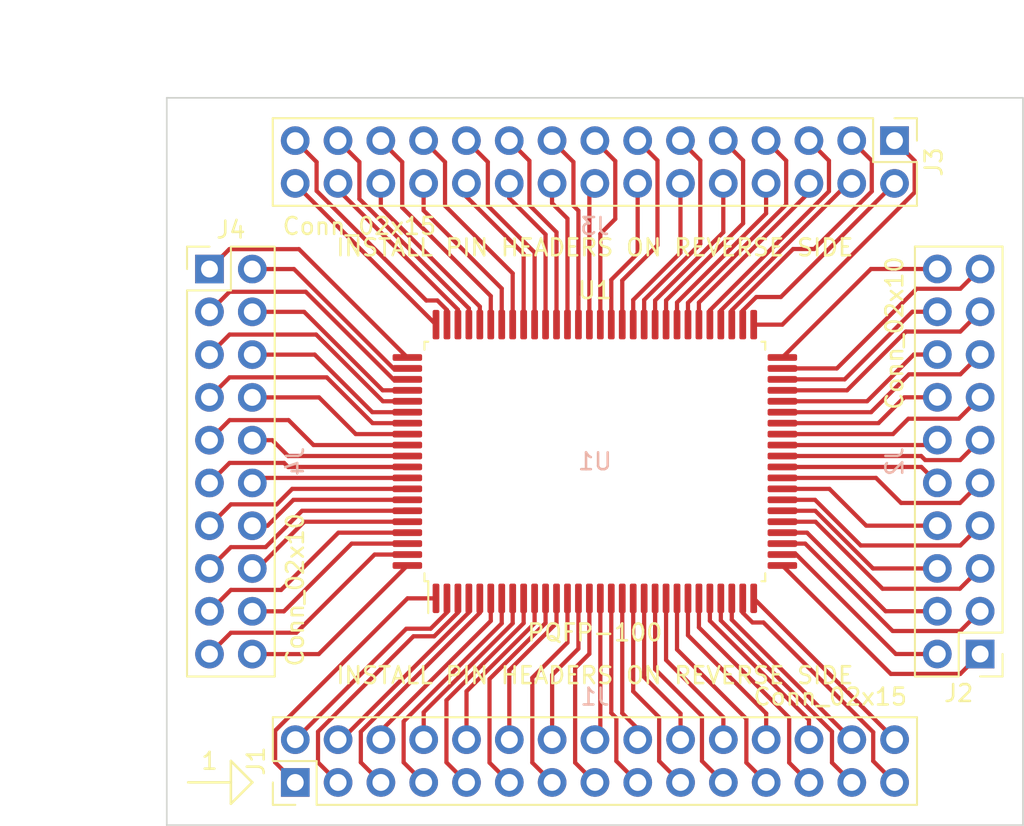
<source format=kicad_pcb>
(kicad_pcb (version 20211014) (generator pcbnew)
  (layers (0 "F.Cu" signal) (31 "B.Cu" signal) (34 "B.Paste" user) (35 "F.Paste" user) (36 "B.SilkS" user "B.Silkscreen") (37 "F.SilkS" user "F.Silkscreen") (38 "B.Mask" user) (39 "F.Mask" user) (44 "Edge.Cuts" user))
  (net 0 "")
  (net 1 "Net-(J1-Pad1)")
  (net 2 "Net-(J1-Pad2)")
  (net 3 "Net-(J1-Pad3)")
  (net 4 "Net-(J1-Pad4)")
  (net 5 "Net-(J1-Pad5)")
  (net 6 "Net-(J1-Pad6)")
  (net 7 "Net-(J1-Pad7)")
  (net 8 "Net-(J1-Pad8)")
  (net 9 "Net-(J1-Pad9)")
  (net 10 "Net-(J1-Pad10)")
  (net 11 "Net-(J1-Pad11)")
  (net 12 "Net-(J1-Pad12)")
  (net 13 "Net-(J1-Pad13)")
  (net 14 "Net-(J1-Pad14)")
  (net 15 "Net-(J1-Pad15)")
  (net 16 "Net-(J1-Pad16)")
  (net 17 "Net-(J1-Pad17)")
  (net 18 "Net-(J1-Pad18)")
  (net 19 "Net-(J1-Pad19)")
  (net 20 "Net-(J1-Pad20)")
  (net 21 "Net-(J1-Pad21)")
  (net 22 "Net-(J1-Pad22)")
  (net 23 "Net-(J1-Pad23)")
  (net 24 "Net-(J1-Pad24)")
  (net 25 "Net-(J1-Pad25)")
  (net 26 "Net-(J1-Pad26)")
  (net 27 "Net-(J1-Pad27)")
  (net 28 "Net-(J1-Pad28)")
  (net 29 "Net-(J1-Pad29)")
  (net 30 "Net-(J1-Pad30)")
  (net 31 "Net-(J2-Pad2)")
  (net 32 "Net-(J2-Pad3)")
  (net 33 "Net-(J2-Pad4)")
  (net 34 "Net-(J2-Pad5)")
  (net 35 "Net-(J2-Pad6)")
  (net 36 "Net-(J2-Pad7)")
  (net 37 "Net-(J2-Pad8)")
  (net 38 "Net-(J2-Pad9)")
  (net 39 "Net-(J2-Pad10)")
  (net 40 "Net-(J2-Pad11)")
  (net 41 "Net-(J2-Pad12)")
  (net 42 "Net-(J2-Pad13)")
  (net 43 "Net-(J2-Pad14)")
  (net 44 "Net-(J2-Pad15)")
  (net 45 "Net-(J2-Pad16)")
  (net 46 "Net-(J2-Pad17)")
  (net 47 "Net-(J2-Pad18)")
  (net 48 "Net-(J2-Pad19)")
  (net 49 "Net-(J2-Pad20)")
  (net 50 "Net-(J3-Pad1)")
  (net 51 "Net-(J3-Pad2)")
  (net 52 "Net-(J3-Pad3)")
  (net 53 "Net-(J3-Pad4)")
  (net 54 "Net-(J3-Pad5)")
  (net 55 "Net-(J3-Pad6)")
  (net 56 "Net-(J3-Pad7)")
  (net 57 "Net-(J3-Pad8)")
  (net 58 "Net-(J3-Pad9)")
  (net 59 "Net-(J3-Pad10)")
  (net 60 "Net-(J3-Pad11)")
  (net 61 "Net-(J3-Pad12)")
  (net 62 "Net-(J3-Pad13)")
  (net 63 "Net-(J3-Pad14)")
  (net 64 "Net-(J3-Pad15)")
  (net 65 "Net-(J3-Pad16)")
  (net 66 "Net-(J3-Pad17)")
  (net 67 "Net-(J3-Pad18)")
  (net 68 "Net-(J3-Pad19)")
  (net 69 "Net-(J3-Pad20)")
  (net 70 "Net-(J3-Pad21)")
  (net 71 "Net-(J3-Pad22)")
  (net 72 "Net-(J3-Pad23)")
  (net 73 "Net-(J3-Pad24)")
  (net 74 "Net-(J3-Pad25)")
  (net 75 "Net-(J3-Pad26)")
  (net 76 "Net-(J3-Pad27)")
  (net 77 "Net-(J3-Pad28)")
  (net 78 "Net-(J3-Pad29)")
  (net 79 "Net-(J3-Pad30)")
  (net 80 "Net-(J4-Pad1)")
  (net 81 "Net-(J4-Pad2)")
  (net 82 "Net-(J4-Pad3)")
  (net 83 "Net-(J4-Pad4)")
  (net 84 "Net-(J4-Pad5)")
  (net 85 "Net-(J4-Pad6)")
  (net 86 "Net-(J4-Pad7)")
  (net 87 "Net-(J4-Pad8)")
  (net 88 "Net-(J4-Pad9)")
  (net 89 "Net-(J4-Pad10)")
  (net 90 "Net-(J4-Pad11)")
  (net 91 "Net-(J4-Pad12)")
  (net 92 "Net-(J4-Pad13)")
  (net 93 "Net-(J4-Pad14)")
  (net 94 "Net-(J4-Pad15)")
  (net 95 "Net-(J4-Pad16)")
  (net 96 "Net-(J4-Pad17)")
  (net 97 "Net-(J4-Pad18)")
  (net 98 "Net-(J4-Pad19)")
  (net 99 "Net-(J4-Pad20)")
  (net 100 "Net-(J2-Pad1)")
  (footprint "Connector_PinHeader_2.54mm:PinHeader_2x15_P2.54mm_Vertical" (layer "F.Cu") (at 170.18 78.74 -90)
    (fp_text reference "J3")
    (fp_text value "Conn_02x15")
  )
  (footprint "Connector_PinHeader_2.54mm:PinHeader_2x10_P2.54mm_Vertical" (layer "F.Cu") (at 175.26 109.22 180)
    (fp_text reference "J2")
    (fp_text value "Conn_02x10")
  )
  (footprint "Connector_PinHeader_2.54mm:PinHeader_2x10_P2.54mm_Vertical" (layer "F.Cu") (at 129.535 86.365)
    (fp_text reference "J4")
    (fp_text value "Conn_02x10")
  )
  (footprint "Connector_PinHeader_2.54mm:PinHeader_2x15_P2.54mm_Vertical" (layer "F.Cu") (at 134.625 116.845 90)
    (fp_text reference "J1")
    (fp_text value "Conn_02x15")
  )
  (footprint "Package_QFP:PQFP-100_14x20mm_P0.65mm" (layer "F.Cu") (at 152.4 97.79 90)
    (fp_text reference "U1")
    (fp_text value "PQFP-100")
  )
  (gr_line (start 130.805 118.11) (end 132.08 116.835) (layer "F.SilkS") (width 0.15))
  (gr_line (start 130.805 116.84) (end 128.27 116.84) (layer "F.SilkS") (width 0.15))
  (gr_line (start 132.08 116.845) (end 130.805 115.57) (layer "F.SilkS") (width 0.15))
  (gr_line (start 130.805 115.57) (end 130.805 118.11) (layer "F.SilkS") (width 0.15))
  (gr_line (start 127 119.38) (end 127 76.2) (layer "Edge.Cuts") (width 0.1))
  (gr_line (start 127 76.2) (end 177.8 76.2) (layer "Edge.Cuts") (width 0.1))
  (gr_line (start 177.8 119.38) (end 127 119.38) (layer "Edge.Cuts") (width 0.1))
  (gr_line (start 177.8 76.2) (end 177.8 119.38) (layer "Edge.Cuts") (width 0.1))
  (gr_text "INSTALL PIN HEADERS ON REVERSE SIDE" (at 152.4 110.49) (layer "F.SilkS") (effects (font (size 1 1))))
  (gr_text "INSTALL PIN HEADERS ON REVERSE SIDE" (at 152.4 85.09) (layer "F.SilkS") (effects (font (size 1 1))))
  (gr_text "1" (at 129.54 115.57) (layer "F.SilkS") (effects (font (size 1 1))))
  (segment (start 141.285 105.915) (end 133.431 113.769) (width 0.25) (layer "F.Cu") (net 1))
  (segment (start 133.431 113.769) (end 133.431 115.651) (width 0.25) (layer "F.Cu") (net 1))
  (segment (start 133.431 115.651) (end 134.625 116.845) (width 0.25) (layer "F.Cu") (net 1))
  (segment (start 142.975 105.915) (end 141.285 105.915) (width 0.25) (layer "F.Cu") (net 1))
  (segment (start 143.625 106.7489) (end 142.6564 107.7175) (width 0.25) (layer "F.Cu") (net 2))
  (segment (start 141.2125 107.7175) (end 134.625 114.305) (width 0.25) (layer "F.Cu") (net 2))
  (segment (start 142.6564 107.7175) (end 141.2125 107.7175) (width 0.25) (layer "F.Cu") (net 2))
  (segment (start 143.625 105.915) (end 143.625 106.7489) (width 0.25) (layer "F.Cu") (net 2))
  (segment (start 135.9744 115.6544) (end 137.165 116.845) (width 0.25) (layer "F.Cu") (net 3))
  (segment (start 142.869 108.1679) (end 141.6357 108.1679) (width 0.25) (layer "F.Cu") (net 3))
  (segment (start 141.6357 108.1679) (end 135.9744 113.8292) (width 0.25) (layer "F.Cu") (net 3))
  (segment (start 144.275 106.7619) (end 142.869 108.1679) (width 0.25) (layer "F.Cu") (net 3))
  (segment (start 144.275 105.915) (end 144.275 106.7619) (width 0.25) (layer "F.Cu") (net 3))
  (segment (start 135.9744 113.8292) (end 135.9744 115.6544) (width 0.25) (layer "F.Cu") (net 3))
  (segment (start 137.3688 114.305) (end 137.165 114.305) (width 0.25) (layer "F.Cu") (net 4))
  (segment (start 144.925 105.915) (end 144.925 106.7488) (width 0.25) (layer "F.Cu") (net 4))
  (segment (start 144.925 106.7488) (end 137.3688 114.305) (width 0.25) (layer "F.Cu") (net 4))
  (segment (start 138.5144 115.6544) (end 139.705 116.845) (width 0.25) (layer "F.Cu") (net 5))
  (segment (start 145.575 106.7726) (end 138.5144 113.8332) (width 0.25) (layer "F.Cu") (net 5))
  (segment (start 138.5144 113.8332) (end 138.5144 115.6544) (width 0.25) (layer "F.Cu") (net 5))
  (segment (start 145.575 105.915) (end 145.575 106.7726) (width 0.25) (layer "F.Cu") (net 5))
  (segment (start 146.225 105.915) (end 146.225 107.2545) (width 0.25) (layer "F.Cu") (net 6))
  (segment (start 146.225 107.2545) (end 139.705 113.7745) (width 0.25) (layer "F.Cu") (net 6))
  (segment (start 139.705 113.7745) (end 139.705 114.305) (width 0.25) (layer "F.Cu") (net 6))
  (segment (start 146.875 105.915) (end 146.875 107.4017) (width 0.25) (layer "F.Cu") (net 7))
  (segment (start 141.0544 115.6544) (end 142.245 116.845) (width 0.25) (layer "F.Cu") (net 7))
  (segment (start 146.875 107.4017) (end 141.0544 113.2223) (width 0.25) (layer "F.Cu") (net 7))
  (segment (start 141.0544 113.2223) (end 141.0544 115.6544) (width 0.25) (layer "F.Cu") (net 7))
  (segment (start 147.525 105.915) (end 147.525 107.3989) (width 0.25) (layer "F.Cu") (net 8))
  (segment (start 147.525 107.3989) (end 142.245 112.6789) (width 0.25) (layer "F.Cu") (net 8))
  (segment (start 142.245 112.6789) (end 142.245 114.305) (width 0.25) (layer "F.Cu") (net 8))
  (segment (start 143.5944 115.6544) (end 144.785 116.845) (width 0.25) (layer "F.Cu") (net 9))
  (segment (start 143.5944 111.9664) (end 143.5944 115.6544) (width 0.25) (layer "F.Cu") (net 9))
  (segment (start 148.175 107.3858) (end 143.5944 111.9664) (width 0.25) (layer "F.Cu") (net 9))
  (segment (start 148.175 105.915) (end 148.175 107.3858) (width 0.25) (layer "F.Cu") (net 9))
  (segment (start 144.785 111.4322) (end 148.825 107.3922) (width 0.25) (layer "F.Cu") (net 10))
  (segment (start 144.785 114.305) (end 144.785 111.4322) (width 0.25) (layer "F.Cu") (net 10))
  (segment (start 148.825 107.3922) (end 148.825 105.915) (width 0.25) (layer "F.Cu") (net 10))
  (segment (start 146.1497 110.7046) (end 149.475 107.3793) (width 0.25) (layer "F.Cu") (net 11))
  (segment (start 147.325 116.845) (end 146.1497 115.6697) (width 0.25) (layer "F.Cu") (net 11))
  (segment (start 146.1497 115.6697) (end 146.1497 110.7046) (width 0.25) (layer "F.Cu") (net 11))
  (segment (start 149.475 107.3793) (end 149.475 105.915) (width 0.25) (layer "F.Cu") (net 11))
  (segment (start 147.325 110.1793) (end 150.125 107.3793) (width 0.25) (layer "F.Cu") (net 12))
  (segment (start 147.325 114.305) (end 147.325 110.1793) (width 0.25) (layer "F.Cu") (net 12))
  (segment (start 150.125 107.3793) (end 150.125 105.915) (width 0.25) (layer "F.Cu") (net 12))
  (segment (start 148.6897 110.628) (end 150.775 108.5427) (width 0.25) (layer "F.Cu") (net 13))
  (segment (start 149.865 116.845) (end 148.6897 115.6697) (width 0.25) (layer "F.Cu") (net 13))
  (segment (start 148.6897 115.6697) (end 148.6897 110.628) (width 0.25) (layer "F.Cu") (net 13))
  (segment (start 150.775 108.5427) (end 150.775 105.915) (width 0.25) (layer "F.Cu") (net 13))
  (segment (start 151.425 108.903) (end 149.865 110.463) (width 0.25) (layer "F.Cu") (net 14))
  (segment (start 151.425 105.915) (end 151.425 108.903) (width 0.25) (layer "F.Cu") (net 14))
  (segment (start 149.865 110.463) (end 149.865 114.305) (width 0.25) (layer "F.Cu") (net 14))
  (segment (start 152.075 109.2082) (end 152.075 105.915) (width 0.25) (layer "F.Cu") (net 15))
  (segment (start 152.405 116.845) (end 151.2297 115.6697) (width 0.25) (layer "F.Cu") (net 15))
  (segment (start 151.2297 110.0535) (end 152.075 109.2082) (width 0.25) (layer "F.Cu") (net 15))
  (segment (start 151.2297 115.6697) (end 151.2297 110.0535) (width 0.25) (layer "F.Cu") (net 15))
  (segment (start 152.405 114.305) (end 152.725 113.985) (width 0.25) (layer "F.Cu") (net 16))
  (segment (start 152.725 113.985) (end 152.725 105.915) (width 0.25) (layer "F.Cu") (net 16))
  (segment (start 153.375 112.7209) (end 153.675 113.0209) (width 0.25) (layer "F.Cu") (net 17))
  (segment (start 153.375 105.915) (end 153.375 112.7209) (width 0.25) (layer "F.Cu") (net 17))
  (segment (start 153.675 115.575) (end 154.945 116.845) (width 0.25) (layer "F.Cu") (net 17))
  (segment (start 153.675 113.0209) (end 153.675 115.575) (width 0.25) (layer "F.Cu") (net 17))
  (segment (start 154.025 105.915) (end 154.025 112.734) (width 0.25) (layer "F.Cu") (net 18))
  (segment (start 154.945 113.654) (end 154.945 114.305) (width 0.25) (layer "F.Cu") (net 18))
  (segment (start 154.025 112.734) (end 154.945 113.654) (width 0.25) (layer "F.Cu") (net 18))
  (segment (start 154.675 111.4393) (end 156.215 112.9793) (width 0.25) (layer "F.Cu") (net 19))
  (segment (start 156.215 115.575) (end 157.485 116.845) (width 0.25) (layer "F.Cu") (net 19))
  (segment (start 154.675 105.915) (end 154.675 111.4393) (width 0.25) (layer "F.Cu") (net 19))
  (segment (start 156.215 112.9793) (end 156.215 115.575) (width 0.25) (layer "F.Cu") (net 19))
  (segment (start 155.325 110.594) (end 157.485 112.754) (width 0.25) (layer "F.Cu") (net 20))
  (segment (start 155.325 105.915) (end 155.325 110.594) (width 0.25) (layer "F.Cu") (net 20))
  (segment (start 157.485 112.754) (end 157.485 114.305) (width 0.25) (layer "F.Cu") (net 20))
  (segment (start 155.975 105.915) (end 155.975 110.1223) (width 0.25) (layer "F.Cu") (net 21))
  (segment (start 158.755 112.9023) (end 158.755 115.575) (width 0.25) (layer "F.Cu") (net 21))
  (segment (start 155.975 110.1223) (end 158.755 112.9023) (width 0.25) (layer "F.Cu") (net 21))
  (segment (start 158.755 115.575) (end 160.025 116.845) (width 0.25) (layer "F.Cu") (net 21))
  (segment (start 160.025 112.9756) (end 156.625 109.5756) (width 0.25) (layer "F.Cu") (net 22))
  (segment (start 156.625 109.5756) (end 156.625 105.915) (width 0.25) (layer "F.Cu") (net 22))
  (segment (start 160.025 114.305) (end 160.025 112.9756) (width 0.25) (layer "F.Cu") (net 22))
  (segment (start 161.3897 113.0665) (end 157.275 108.9518) (width 0.25) (layer "F.Cu") (net 23))
  (segment (start 161.3897 115.6697) (end 161.3897 113.0665) (width 0.25) (layer "F.Cu") (net 23))
  (segment (start 162.565 116.845) (end 161.3897 115.6697) (width 0.25) (layer "F.Cu") (net 23))
  (segment (start 157.275 108.9518) (end 157.275 105.915) (width 0.25) (layer "F.Cu") (net 23))
  (segment (start 157.925 108.1103) (end 162.565 112.7503) (width 0.25) (layer "F.Cu") (net 24))
  (segment (start 162.565 112.7503) (end 162.565 114.305) (width 0.25) (layer "F.Cu") (net 24))
  (segment (start 157.925 105.915) (end 157.925 108.1103) (width 0.25) (layer "F.Cu") (net 24))
  (segment (start 163.9297 112.9973) (end 158.575 107.6426) (width 0.25) (layer "F.Cu") (net 25))
  (segment (start 165.105 116.845) (end 163.9297 115.6697) (width 0.25) (layer "F.Cu") (net 25))
  (segment (start 158.575 107.6426) (end 158.575 105.915) (width 0.25) (layer "F.Cu") (net 25))
  (segment (start 163.9297 115.6697) (end 163.9297 112.9973) (width 0.25) (layer "F.Cu") (net 25))
  (segment (start 165.105 113.1297) (end 159.225 107.2497) (width 0.25) (layer "F.Cu") (net 26))
  (segment (start 165.105 114.305) (end 165.105 113.1297) (width 0.25) (layer "F.Cu") (net 26))
  (segment (start 159.225 107.2497) (end 159.225 105.915) (width 0.25) (layer "F.Cu") (net 26))
  (segment (start 159.875 107.2278) (end 159.875 105.915) (width 0.25) (layer "F.Cu") (net 27))
  (segment (start 166.4697 115.6697) (end 166.4697 113.8225) (width 0.25) (layer "F.Cu") (net 27))
  (segment (start 167.645 116.845) (end 166.4697 115.6697) (width 0.25) (layer "F.Cu") (net 27))
  (segment (start 166.4697 113.8225) (end 159.875 107.2278) (width 0.25) (layer "F.Cu") (net 27))
  (segment (start 167.645 114.305) (end 160.525 107.185) (width 0.25) (layer "F.Cu") (net 28))
  (segment (start 160.525 107.185) (end 160.525 105.915) (width 0.25) (layer "F.Cu") (net 28))
  (segment (start 162.4045 107.3485) (end 168.915 113.859) (width 0.25) (layer "F.Cu") (net 29))
  (segment (start 168.915 113.859) (end 168.915 115.575) (width 0.25) (layer "F.Cu") (net 29))
  (segment (start 161.7533 107.3485) (end 162.4045 107.3485) (width 0.25) (layer "F.Cu") (net 29))
  (segment (start 161.175 106.7702) (end 161.7533 107.3485) (width 0.25) (layer "F.Cu") (net 29))
  (segment (start 161.175 105.915) (end 161.175 106.7702) (width 0.25) (layer "F.Cu") (net 29))
  (segment (start 168.915 115.575) (end 170.185 116.845) (width 0.25) (layer "F.Cu") (net 29))
  (segment (start 161.825 105.915) (end 170.185 114.275) (width 0.25) (layer "F.Cu") (net 30))
  (segment (start 170.185 114.275) (end 170.185 114.305) (width 0.25) (layer "F.Cu") (net 30))
  (segment (start 164.3522 103.315) (end 170.2572 109.22) (width 0.25) (layer "F.Cu") (net 31))
  (segment (start 163.525 103.315) (end 164.3522 103.315) (width 0.25) (layer "F.Cu") (net 31))
  (segment (start 170.2572 109.22) (end 172.72 109.22) (width 0.25) (layer "F.Cu") (net 31))
  (segment (start 175.26 106.68) (end 174.0847 107.8553) (width 0.25) (layer "F.Cu") (net 32))
  (segment (start 170.0696 107.8553) (end 164.8793 102.665) (width 0.25) (layer "F.Cu") (net 32))
  (segment (start 174.0847 107.8553) (end 170.0696 107.8553) (width 0.25) (layer "F.Cu") (net 32))
  (segment (start 164.8793 102.665) (end 163.525 102.665) (width 0.25) (layer "F.Cu") (net 32))
  (segment (start 172.72 106.68) (end 169.6546 106.68) (width 0.25) (layer "F.Cu") (net 33))
  (segment (start 164.9896 102.015) (end 163.525 102.015) (width 0.25) (layer "F.Cu") (net 33))
  (segment (start 169.6546 106.68) (end 164.9896 102.015) (width 0.25) (layer "F.Cu") (net 33))
  (segment (start 165.4901 101.365) (end 163.525 101.365) (width 0.25) (layer "F.Cu") (net 34))
  (segment (start 175.26 104.14) (end 174.0553 105.3447) (width 0.25) (layer "F.Cu") (net 34))
  (segment (start 169.4698 105.3447) (end 165.4901 101.365) (width 0.25) (layer "F.Cu") (net 34))
  (segment (start 174.0553 105.3447) (end 169.4698 105.3447) (width 0.25) (layer "F.Cu") (net 34))
  (segment (start 168.902 104.14) (end 165.477 100.715) (width 0.25) (layer "F.Cu") (net 35))
  (segment (start 172.72 104.14) (end 168.902 104.14) (width 0.25) (layer "F.Cu") (net 35))
  (segment (start 165.477 100.715) (end 163.525 100.715) (width 0.25) (layer "F.Cu") (net 35))
  (segment (start 175.26 101.6) (end 174.0847 102.7753) (width 0.25) (layer "F.Cu") (net 36))
  (segment (start 165.4639 100.065) (end 163.525 100.065) (width 0.25) (layer "F.Cu") (net 36))
  (segment (start 168.1742 102.7753) (end 165.4639 100.065) (width 0.25) (layer "F.Cu") (net 36))
  (segment (start 174.0847 102.7753) (end 168.1742 102.7753) (width 0.25) (layer "F.Cu") (net 36))
  (segment (start 172.72 101.6) (end 168.5012 101.6) (width 0.25) (layer "F.Cu") (net 37))
  (segment (start 168.5012 101.6) (end 166.3162 99.415) (width 0.25) (layer "F.Cu") (net 37))
  (segment (start 166.3162 99.415) (end 163.525 99.415) (width 0.25) (layer "F.Cu") (net 37))
  (segment (start 163.525 98.765) (end 169.082 98.765) (width 0.25) (layer "F.Cu") (net 38))
  (segment (start 174.0694 100.2506) (end 175.26 99.06) (width 0.25) (layer "F.Cu") (net 38))
  (segment (start 170.5676 100.2506) (end 174.0694 100.2506) (width 0.25) (layer "F.Cu") (net 38))
  (segment (start 169.082 98.765) (end 170.5676 100.2506) (width 0.25) (layer "F.Cu") (net 38))
  (segment (start 171.775 98.115) (end 172.72 99.06) (width 0.25) (layer "F.Cu") (net 39))
  (segment (start 163.525 98.115) (end 171.775 98.115) (width 0.25) (layer "F.Cu") (net 39))
  (segment (start 174.0713 97.7087) (end 175.26 96.52) (width 0.25) (layer "F.Cu") (net 40))
  (segment (start 163.525 97.465) (end 171.7619 97.465) (width 0.25) (layer "F.Cu") (net 40))
  (segment (start 171.7619 97.465) (end 172.0056 97.7087) (width 0.25) (layer "F.Cu") (net 40))
  (segment (start 172.0056 97.7087) (end 174.0713 97.7087) (width 0.25) (layer "F.Cu") (net 40))
  (segment (start 172.72 96.52) (end 172.425 96.815) (width 0.25) (layer "F.Cu") (net 41))
  (segment (start 172.425 96.815) (end 163.525 96.815) (width 0.25) (layer "F.Cu") (net 41))
  (segment (start 171.0027 95.25) (end 173.99 95.25) (width 0.25) (layer "F.Cu") (net 42))
  (segment (start 173.99 95.25) (end 175.26 93.98) (width 0.25) (layer "F.Cu") (net 42))
  (segment (start 170.0877 96.165) (end 171.0027 95.25) (width 0.25) (layer "F.Cu") (net 42))
  (segment (start 163.525 96.165) (end 170.0877 96.165) (width 0.25) (layer "F.Cu") (net 42))
  (segment (start 170.7613 93.98) (end 172.72 93.98) (width 0.25) (layer "F.Cu") (net 43))
  (segment (start 169.2263 95.515) (end 170.7613 93.98) (width 0.25) (layer "F.Cu") (net 43))
  (segment (start 163.525 95.515) (end 169.2263 95.515) (width 0.25) (layer "F.Cu") (net 43))
  (segment (start 174.0847 92.6153) (end 171.0388 92.6153) (width 0.25) (layer "F.Cu") (net 44))
  (segment (start 175.26 91.44) (end 174.0847 92.6153) (width 0.25) (layer "F.Cu") (net 44))
  (segment (start 171.0388 92.6153) (end 168.7891 94.865) (width 0.25) (layer "F.Cu") (net 44))
  (segment (start 168.7891 94.865) (end 163.525 94.865) (width 0.25) (layer "F.Cu") (net 44))
  (segment (start 168.5534 94.215) (end 171.3284 91.44) (width 0.25) (layer "F.Cu") (net 45))
  (segment (start 163.525 94.215) (end 168.5534 94.215) (width 0.25) (layer "F.Cu") (net 45))
  (segment (start 171.3284 91.44) (end 172.72 91.44) (width 0.25) (layer "F.Cu") (net 45))
  (segment (start 167.3627 93.565) (end 163.525 93.565) (width 0.25) (layer "F.Cu") (net 46))
  (segment (start 174.0847 90.0753) (end 170.8524 90.0753) (width 0.25) (layer "F.Cu") (net 46))
  (segment (start 175.26 88.9) (end 174.0847 90.0753) (width 0.25) (layer "F.Cu") (net 46))
  (segment (start 170.8524 90.0753) (end 167.3627 93.565) (width 0.25) (layer "F.Cu") (net 46))
  (segment (start 163.525 92.915) (end 167.2202 92.915) (width 0.25) (layer "F.Cu") (net 47))
  (segment (start 171.2352 88.9) (end 172.72 88.9) (width 0.25) (layer "F.Cu") (net 47))
  (segment (start 167.2202 92.915) (end 171.2352 88.9) (width 0.25) (layer "F.Cu") (net 47))
  (segment (start 166.7596 92.265) (end 163.525 92.265) (width 0.25) (layer "F.Cu") (net 48))
  (segment (start 174.0847 87.5353) (end 171.4893 87.5353) (width 0.25) (layer "F.Cu") (net 48))
  (segment (start 171.4893 87.5353) (end 166.7596 92.265) (width 0.25) (layer "F.Cu") (net 48))
  (segment (start 175.26 86.36) (end 174.0847 87.5353) (width 0.25) (layer "F.Cu") (net 48))
  (segment (start 168.78 86.36) (end 163.525 91.615) (width 0.25) (layer "F.Cu") (net 49))
  (segment (start 172.72 86.36) (end 168.78 86.36) (width 0.25) (layer "F.Cu") (net 49))
  (segment (start 163.5234 89.665) (end 171.374 81.8144) (width 0.25) (layer "F.Cu") (net 50))
  (segment (start 161.825 89.665) (end 163.5234 89.665) (width 0.25) (layer "F.Cu") (net 50))
  (segment (start 171.374 81.8144) (end 171.374 79.934) (width 0.25) (layer "F.Cu") (net 50))
  (segment (start 171.374 79.934) (end 170.18 78.74) (width 0.25) (layer "F.Cu") (net 50))
  (segment (start 163.4358 88.0242) (end 170.18 81.28) (width 0.25) (layer "F.Cu") (net 51))
  (segment (start 161.175 89.665) (end 161.175 88.8311) (width 0.25) (layer "F.Cu") (net 51))
  (segment (start 161.175 88.8311) (end 161.9819 88.0242) (width 0.25) (layer "F.Cu") (net 51))
  (segment (start 161.9819 88.0242) (end 163.4358 88.0242) (width 0.25) (layer "F.Cu") (net 51))
  (segment (start 164.1644 85.1739) (end 165.4125 85.1739) (width 0.25) (layer "F.Cu") (net 52))
  (segment (start 168.8306 81.7558) (end 168.8306 79.9306) (width 0.25) (layer "F.Cu") (net 52))
  (segment (start 168.8306 79.9306) (end 167.64 78.74) (width 0.25) (layer "F.Cu") (net 52))
  (segment (start 165.4125 85.1739) (end 168.8306 81.7558) (width 0.25) (layer "F.Cu") (net 52))
  (segment (start 160.525 89.665) (end 160.525 88.8133) (width 0.25) (layer "F.Cu") (net 52))
  (segment (start 160.525 88.8133) (end 164.1644 85.1739) (width 0.25) (layer "F.Cu") (net 52))
  (segment (start 167.4214 81.28) (end 167.64 81.28) (width 0.25) (layer "F.Cu") (net 53))
  (segment (start 159.875 88.8264) (end 167.4214 81.28) (width 0.25) (layer "F.Cu") (net 53))
  (segment (start 159.875 89.665) (end 159.875 88.8264) (width 0.25) (layer "F.Cu") (net 53))
  (segment (start 159.225 89.665) (end 159.225 88.8174) (width 0.25) (layer "F.Cu") (net 54))
  (segment (start 166.2906 81.7518) (end 166.2906 79.9306) (width 0.25) (layer "F.Cu") (net 54))
  (segment (start 159.225 88.8174) (end 166.2906 81.7518) (width 0.25) (layer "F.Cu") (net 54))
  (segment (start 166.2906 79.9306) (end 165.1 78.74) (width 0.25) (layer "F.Cu") (net 54))
  (segment (start 158.575 88.3516) (end 165.1 81.8266) (width 0.25) (layer "F.Cu") (net 55))
  (segment (start 158.575 89.665) (end 158.575 88.3516) (width 0.25) (layer "F.Cu") (net 55))
  (segment (start 165.1 81.8266) (end 165.1 81.28) (width 0.25) (layer "F.Cu") (net 55))
  (segment (start 157.925 88.3647) (end 163.7506 82.5391) (width 0.25) (layer "F.Cu") (net 56))
  (segment (start 157.925 89.665) (end 157.925 88.3647) (width 0.25) (layer "F.Cu") (net 56))
  (segment (start 163.7506 82.5391) (end 163.7506 79.9306) (width 0.25) (layer "F.Cu") (net 56))
  (segment (start 163.7506 79.9306) (end 162.56 78.74) (width 0.25) (layer "F.Cu") (net 56))
  (segment (start 157.275 89.665) (end 157.275 88.3491) (width 0.25) (layer "F.Cu") (net 57))
  (segment (start 162.56 83.0641) (end 162.56 81.28) (width 0.25) (layer "F.Cu") (net 57))
  (segment (start 157.275 88.3491) (end 162.56 83.0641) (width 0.25) (layer "F.Cu") (net 57))
  (segment (start 156.625 88.2272) (end 156.625 89.665) (width 0.25) (layer "F.Cu") (net 58))
  (segment (start 161.1953 79.9153) (end 161.1953 83.6569) (width 0.25) (layer "F.Cu") (net 58))
  (segment (start 160.02 78.74) (end 161.1953 79.9153) (width 0.25) (layer "F.Cu") (net 58))
  (segment (start 161.1953 83.6569) (end 156.625 88.2272) (width 0.25) (layer "F.Cu") (net 58))
  (segment (start 160.02 81.28) (end 160.02 84.1821) (width 0.25) (layer "F.Cu") (net 59))
  (segment (start 155.975 88.2271) (end 155.975 89.665) (width 0.25) (layer "F.Cu") (net 59))
  (segment (start 160.02 84.1821) (end 155.975 88.2271) (width 0.25) (layer "F.Cu") (net 59))
  (segment (start 158.6553 79.9153) (end 158.6553 84.8704) (width 0.25) (layer "F.Cu") (net 60))
  (segment (start 157.48 78.74) (end 158.6553 79.9153) (width 0.25) (layer "F.Cu") (net 60))
  (segment (start 158.6553 84.8704) (end 155.325 88.2007) (width 0.25) (layer "F.Cu") (net 60))
  (segment (start 155.325 88.2007) (end 155.325 89.665) (width 0.25) (layer "F.Cu") (net 60))
  (segment (start 154.675 88.2007) (end 154.675 89.665) (width 0.25) (layer "F.Cu") (net 61))
  (segment (start 157.48 85.3957) (end 154.675 88.2007) (width 0.25) (layer "F.Cu") (net 61))
  (segment (start 157.48 81.28) (end 157.48 85.3957) (width 0.25) (layer "F.Cu") (net 61))
  (segment (start 154.94 78.74) (end 156.1153 79.9153) (width 0.25) (layer "F.Cu") (net 62))
  (segment (start 156.1153 79.9153) (end 156.1153 84.9526) (width 0.25) (layer "F.Cu") (net 62))
  (segment (start 154.025 87.0429) (end 154.025 89.665) (width 0.25) (layer "F.Cu") (net 62))
  (segment (start 156.1153 84.9526) (end 154.025 87.0429) (width 0.25) (layer "F.Cu") (net 62))
  (segment (start 154.94 85.4362) (end 153.375 87.0012) (width 0.25) (layer "F.Cu") (net 63))
  (segment (start 154.94 81.28) (end 154.94 85.4362) (width 0.25) (layer "F.Cu") (net 63))
  (segment (start 153.375 87.0012) (end 153.375 89.665) (width 0.25) (layer "F.Cu") (net 63))
  (segment (start 153.6109 79.9509) (end 152.4 78.74) (width 0.25) (layer "F.Cu") (net 64))
  (segment (start 153.6109 83.3913) (end 153.6109 79.9509) (width 0.25) (layer "F.Cu") (net 64))
  (segment (start 152.725 84.2772) (end 153.6109 83.3913) (width 0.25) (layer "F.Cu") (net 64))
  (segment (start 152.725 89.665) (end 152.725 84.2772) (width 0.25) (layer "F.Cu") (net 64))
  (segment (start 152.4 81.28) (end 152.075 81.605) (width 0.25) (layer "F.Cu") (net 65))
  (segment (start 152.075 81.605) (end 152.075 89.665) (width 0.25) (layer "F.Cu") (net 65))
  (segment (start 151.425 82.9007) (end 151.13 82.6057) (width 0.25) (layer "F.Cu") (net 66))
  (segment (start 151.425 89.665) (end 151.425 82.9007) (width 0.25) (layer "F.Cu") (net 66))
  (segment (start 151.13 82.6057) (end 151.13 80.01) (width 0.25) (layer "F.Cu") (net 66))
  (segment (start 151.13 80.01) (end 149.86 78.74) (width 0.25) (layer "F.Cu") (net 66))
  (segment (start 149.86 81.28) (end 149.86 82.4553) (width 0.25) (layer "F.Cu") (net 67))
  (segment (start 149.86 82.4553) (end 150.775 83.3703) (width 0.25) (layer "F.Cu") (net 67))
  (segment (start 150.775 83.3703) (end 150.775 89.665) (width 0.25) (layer "F.Cu") (net 67))
  (segment (start 150.125 84.1767) (end 150.125 89.665) (width 0.25) (layer "F.Cu") (net 68))
  (segment (start 147.32 78.74) (end 148.5178 79.9378) (width 0.25) (layer "F.Cu") (net 68))
  (segment (start 148.5178 79.9378) (end 148.5178 82.5695) (width 0.25) (layer "F.Cu") (net 68))
  (segment (start 148.5178 82.5695) (end 150.125 84.1767) (width 0.25) (layer "F.Cu") (net 68))
  (segment (start 147.32 81.28) (end 147.32 82.1548) (width 0.25) (layer "F.Cu") (net 69))
  (segment (start 149.475 84.3098) (end 149.475 89.665) (width 0.25) (layer "F.Cu") (net 69))
  (segment (start 147.32 82.1548) (end 149.475 84.3098) (width 0.25) (layer "F.Cu") (net 69))
  (segment (start 146.05 82.6056) (end 146.05 80.01) (width 0.25) (layer "F.Cu") (net 70))
  (segment (start 146.05 80.01) (end 144.78 78.74) (width 0.25) (layer "F.Cu") (net 70))
  (segment (start 148.825 85.3806) (end 146.05 82.6056) (width 0.25) (layer "F.Cu") (net 70))
  (segment (start 148.825 89.665) (end 148.825 85.3806) (width 0.25) (layer "F.Cu") (net 70))
  (segment (start 148.175 89.665) (end 148.175 85.4681) (width 0.25) (layer "F.Cu") (net 71))
  (segment (start 144.78 82.0731) (end 144.78 81.28) (width 0.25) (layer "F.Cu") (net 71))
  (segment (start 148.175 85.4681) (end 144.78 82.0731) (width 0.25) (layer "F.Cu") (net 71))
  (segment (start 147.525 86.6206) (end 143.51 82.6056) (width 0.25) (layer "F.Cu") (net 72))
  (segment (start 143.51 82.6056) (end 143.51 80.01) (width 0.25) (layer "F.Cu") (net 72))
  (segment (start 147.525 89.665) (end 147.525 86.6206) (width 0.25) (layer "F.Cu") (net 72))
  (segment (start 143.51 80.01) (end 142.24 78.74) (width 0.25) (layer "F.Cu") (net 72))
  (segment (start 142.24 82.8851) (end 142.24 81.28) (width 0.25) (layer "F.Cu") (net 73))
  (segment (start 146.875 87.5201) (end 142.24 82.8851) (width 0.25) (layer "F.Cu") (net 73))
  (segment (start 146.875 89.665) (end 146.875 87.5201) (width 0.25) (layer "F.Cu") (net 73))
  (segment (start 139.7 78.74) (end 140.97 80.01) (width 0.25) (layer "F.Cu") (net 74))
  (segment (start 146.225 87.969) (end 146.225 89.665) (width 0.25) (layer "F.Cu") (net 74))
  (segment (start 140.97 80.01) (end 140.97 82.714) (width 0.25) (layer "F.Cu") (net 74))
  (segment (start 140.97 82.714) (end 146.225 87.969) (width 0.25) (layer "F.Cu") (net 74))
  (segment (start 145.575 88.5929) (end 145.575 89.665) (width 0.25) (layer "F.Cu") (net 75))
  (segment (start 139.7 82.7179) (end 145.575 88.5929) (width 0.25) (layer "F.Cu") (net 75))
  (segment (start 139.7 81.28) (end 139.7 82.7179) (width 0.25) (layer "F.Cu") (net 75))
  (segment (start 144.925 89.665) (end 144.925 88.7006) (width 0.25) (layer "F.Cu") (net 76))
  (segment (start 138.43 80.01) (end 137.16 78.74) (width 0.25) (layer "F.Cu") (net 76))
  (segment (start 144.925 88.7006) (end 138.43 82.2056) (width 0.25) (layer "F.Cu") (net 76))
  (segment (start 138.43 82.2056) (end 138.43 80.01) (width 0.25) (layer "F.Cu") (net 76))
  (segment (start 144.275 89.665) (end 144.275 88.7702) (width 0.25) (layer "F.Cu") (net 77))
  (segment (start 144.275 88.7702) (end 137.16 81.6552) (width 0.25) (layer "F.Cu") (net 77))
  (segment (start 137.16 81.6552) (end 137.16 81.28) (width 0.25) (layer "F.Cu") (net 77))
  (segment (start 143.0591 88.2315) (end 142.3986 88.2315) (width 0.25) (layer "F.Cu") (net 78))
  (segment (start 143.625 88.7974) (end 143.0591 88.2315) (width 0.25) (layer "F.Cu") (net 78))
  (segment (start 142.3986 88.2315) (end 135.89 81.7229) (width 0.25) (layer "F.Cu") (net 78))
  (segment (start 143.625 89.665) (end 143.625 88.7974) (width 0.25) (layer "F.Cu") (net 78))
  (segment (start 135.89 80.01) (end 134.62 78.74) (width 0.25) (layer "F.Cu") (net 78))
  (segment (start 135.89 81.7229) (end 135.89 80.01) (width 0.25) (layer "F.Cu") (net 78))
  (segment (start 134.62 81.31) (end 134.62 81.28) (width 0.25) (layer "F.Cu") (net 79))
  (segment (start 142.975 89.665) (end 134.62 81.31) (width 0.25) (layer "F.Cu") (net 79))
  (segment (start 141.275 91.615) (end 134.8433 85.1833) (width 0.25) (layer "F.Cu") (net 80))
  (segment (start 134.8433 85.1833) (end 130.7167 85.1833) (width 0.25) (layer "F.Cu") (net 80))
  (segment (start 130.7167 85.1833) (end 129.535 86.365) (width 0.25) (layer "F.Cu") (net 80))
  (segment (start 134.5479 86.365) (end 140.4479 92.265) (width 0.25) (layer "F.Cu") (net 81))
  (segment (start 140.4479 92.265) (end 141.275 92.265) (width 0.25) (layer "F.Cu") (net 81))
  (segment (start 132.075 86.365) (end 134.5479 86.365) (width 0.25) (layer "F.Cu") (net 81))
  (segment (start 135.2472 87.7144) (end 140.4478 92.915) (width 0.25) (layer "F.Cu") (net 82))
  (segment (start 130.7256 87.7144) (end 135.2472 87.7144) (width 0.25) (layer "F.Cu") (net 82))
  (segment (start 129.535 88.905) (end 130.7256 87.7144) (width 0.25) (layer "F.Cu") (net 82))
  (segment (start 140.4478 92.915) (end 141.275 92.915) (width 0.25) (layer "F.Cu") (net 82))
  (segment (start 135.1506 88.905) (end 139.8106 93.565) (width 0.25) (layer "F.Cu") (net 83))
  (segment (start 132.075 88.905) (end 135.1506 88.905) (width 0.25) (layer "F.Cu") (net 83))
  (segment (start 139.8106 93.565) (end 141.275 93.565) (width 0.25) (layer "F.Cu") (net 83))
  (segment (start 129.535 91.445) (end 130.7256 90.2544) (width 0.25) (layer "F.Cu") (net 84))
  (segment (start 135.8629 90.2544) (end 139.8235 94.215) (width 0.25) (layer "F.Cu") (net 84))
  (segment (start 130.7256 90.2544) (end 135.8629 90.2544) (width 0.25) (layer "F.Cu") (net 84))
  (segment (start 139.8235 94.215) (end 141.275 94.215) (width 0.25) (layer "F.Cu") (net 84))
  (segment (start 132.075 91.445) (end 135.7799 91.445) (width 0.25) (layer "F.Cu") (net 85))
  (segment (start 139.1999 94.865) (end 141.275 94.865) (width 0.25) (layer "F.Cu") (net 85))
  (segment (start 135.7799 91.445) (end 139.1999 94.865) (width 0.25) (layer "F.Cu") (net 85))
  (segment (start 139.213 95.515) (end 141.275 95.515) (width 0.25) (layer "F.Cu") (net 86))
  (segment (start 129.535 93.985) (end 130.7256 92.7944) (width 0.25) (layer "F.Cu") (net 86))
  (segment (start 130.7256 92.7944) (end 136.4924 92.7944) (width 0.25) (layer "F.Cu") (net 86))
  (segment (start 136.4924 92.7944) (end 139.213 95.515) (width 0.25) (layer "F.Cu") (net 86))
  (segment (start 136.0344 93.985) (end 138.2144 96.165) (width 0.25) (layer "F.Cu") (net 87))
  (segment (start 132.075 93.985) (end 136.0344 93.985) (width 0.25) (layer "F.Cu") (net 87))
  (segment (start 138.2144 96.165) (end 141.275 96.165) (width 0.25) (layer "F.Cu") (net 87))
  (segment (start 135.7094 96.815) (end 134.2288 95.3344) (width 0.25) (layer "F.Cu") (net 88))
  (segment (start 141.275 96.815) (end 135.7094 96.815) (width 0.25) (layer "F.Cu") (net 88))
  (segment (start 130.7256 95.3344) (end 129.535 96.525) (width 0.25) (layer "F.Cu") (net 88))
  (segment (start 134.2288 95.3344) (end 130.7256 95.3344) (width 0.25) (layer "F.Cu") (net 88))
  (segment (start 133.264 96.525) (end 132.075 96.525) (width 0.25) (layer "F.Cu") (net 89))
  (segment (start 134.204 97.465) (end 133.264 96.525) (width 0.25) (layer "F.Cu") (net 89))
  (segment (start 141.275 97.465) (end 134.204 97.465) (width 0.25) (layer "F.Cu") (net 89))
  (segment (start 134.2034 98.115) (end 133.9634 97.875) (width 0.25) (layer "F.Cu") (net 90))
  (segment (start 130.725 97.875) (end 129.535 99.065) (width 0.25) (layer "F.Cu") (net 90))
  (segment (start 141.275 98.115) (end 134.2034 98.115) (width 0.25) (layer "F.Cu") (net 90))
  (segment (start 133.9634 97.875) (end 130.725 97.875) (width 0.25) (layer "F.Cu") (net 90))
  (segment (start 141.275 98.765) (end 132.375 98.765) (width 0.25) (layer "F.Cu") (net 91))
  (segment (start 132.375 98.765) (end 132.075 99.065) (width 0.25) (layer "F.Cu") (net 91))
  (segment (start 129.535 101.605) (end 130.805 100.335) (width 0.25) (layer "F.Cu") (net 92))
  (segment (start 134.4452 99.415) (end 141.275 99.415) (width 0.25) (layer "F.Cu") (net 92))
  (segment (start 130.805 100.335) (end 133.5252 100.335) (width 0.25) (layer "F.Cu") (net 92))
  (segment (start 133.5252 100.335) (end 134.4452 99.415) (width 0.25) (layer "F.Cu") (net 92))
  (segment (start 132.9781 101.605) (end 132.075 101.605) (width 0.25) (layer "F.Cu") (net 93))
  (segment (start 141.275 100.065) (end 134.5181 100.065) (width 0.25) (layer "F.Cu") (net 93))
  (segment (start 134.5181 100.065) (end 132.9781 101.605) (width 0.25) (layer "F.Cu") (net 93))
  (segment (start 141.275 100.715) (end 135.0252 100.715) (width 0.25) (layer "F.Cu") (net 94))
  (segment (start 132.8652 102.875) (end 130.805 102.875) (width 0.25) (layer "F.Cu") (net 94))
  (segment (start 130.805 102.875) (end 129.535 104.145) (width 0.25) (layer "F.Cu") (net 94))
  (segment (start 135.0252 100.715) (end 132.8652 102.875) (width 0.25) (layer "F.Cu") (net 94))
  (segment (start 135.1589 101.365) (end 132.3789 104.145) (width 0.25) (layer "F.Cu") (net 95))
  (segment (start 132.3789 104.145) (end 132.075 104.145) (width 0.25) (layer "F.Cu") (net 95))
  (segment (start 141.275 101.365) (end 135.1589 101.365) (width 0.25) (layer "F.Cu") (net 95))
  (segment (start 130.805 105.415) (end 133.7847 105.415) (width 0.25) (layer "F.Cu") (net 96))
  (segment (start 133.7847 105.415) (end 137.1847 102.015) (width 0.25) (layer "F.Cu") (net 96))
  (segment (start 129.535 106.685) (end 130.805 105.415) (width 0.25) (layer "F.Cu") (net 96))
  (segment (start 137.1847 102.015) (end 141.275 102.015) (width 0.25) (layer "F.Cu") (net 96))
  (segment (start 133.9532 106.685) (end 132.075 106.685) (width 0.25) (layer "F.Cu") (net 97))
  (segment (start 137.9732 102.665) (end 133.9532 106.685) (width 0.25) (layer "F.Cu") (net 97))
  (segment (start 141.275 102.665) (end 137.9732 102.665) (width 0.25) (layer "F.Cu") (net 97))
  (segment (start 134.6919 107.955) (end 139.3319 103.315) (width 0.25) (layer "F.Cu") (net 98))
  (segment (start 139.3319 103.315) (end 141.275 103.315) (width 0.25) (layer "F.Cu") (net 98))
  (segment (start 129.535 109.225) (end 130.805 107.955) (width 0.25) (layer "F.Cu") (net 98))
  (segment (start 130.805 107.955) (end 134.6919 107.955) (width 0.25) (layer "F.Cu") (net 98))
  (segment (start 141.275 103.965) (end 136.015 109.225) (width 0.25) (layer "F.Cu") (net 99))
  (segment (start 136.015 109.225) (end 132.075 109.225) (width 0.25) (layer "F.Cu") (net 99))
  (segment (start 169.9607 110.4007) (end 174.0793 110.4007) (width 0.25) (layer "F.Cu") (net 100))
  (segment (start 174.0793 110.4007) (end 175.26 109.22) (width 0.25) (layer "F.Cu") (net 100))
  (segment (start 163.525 103.965) (end 169.9607 110.4007) (width 0.25) (layer "F.Cu") (net 100))
)
</source>
